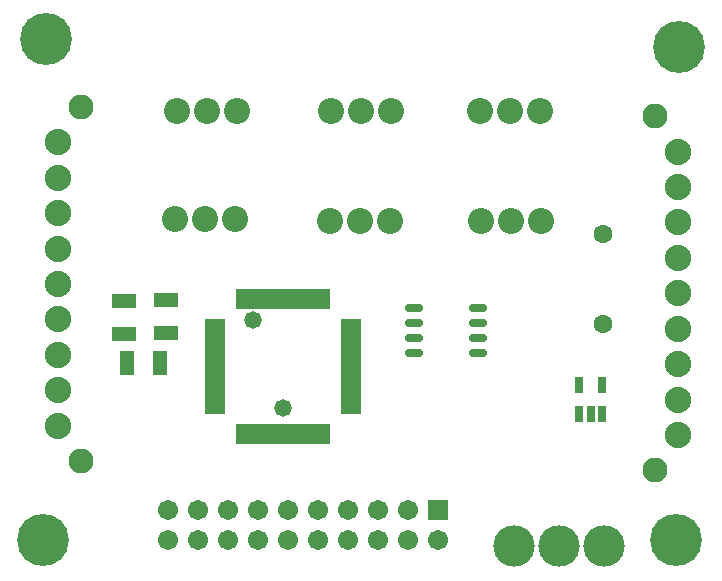
<source format=gts>
G04*
G04 #@! TF.GenerationSoftware,Altium Limited,Altium Designer,19.1.5 (86)*
G04*
G04 Layer_Color=8388736*
%FSLAX25Y25*%
%MOIN*%
G70*
G01*
G75*
%ADD22R,0.04816X0.07965*%
%ADD23R,0.07965X0.04816*%
%ADD24R,0.01981X0.06509*%
%ADD25R,0.06509X0.01981*%
%ADD26O,0.06109X0.02762*%
%ADD27R,0.03162X0.05524*%
%ADD28C,0.08674*%
%ADD29C,0.13800*%
%ADD30C,0.17300*%
%ADD31C,0.06706*%
%ADD32R,0.06706X0.06706*%
%ADD33C,0.06312*%
%ADD34C,0.08300*%
%ADD35C,0.08800*%
%ADD36C,0.05800*%
D22*
X38988Y71500D02*
D03*
X50012D02*
D03*
D23*
X52000Y81488D02*
D03*
Y92512D02*
D03*
X38000Y81327D02*
D03*
Y92350D02*
D03*
D24*
X76236Y93138D02*
D03*
X78205D02*
D03*
X80173D02*
D03*
X82142D02*
D03*
X84110D02*
D03*
X86079D02*
D03*
X88047D02*
D03*
X90016D02*
D03*
X91984D02*
D03*
X93953D02*
D03*
X95921D02*
D03*
X97890D02*
D03*
X99858D02*
D03*
X101827D02*
D03*
X103795D02*
D03*
X105764D02*
D03*
Y47862D02*
D03*
X103795D02*
D03*
X101827D02*
D03*
X99858D02*
D03*
X97890D02*
D03*
X95921D02*
D03*
X93953D02*
D03*
X91984D02*
D03*
X90016D02*
D03*
X88047D02*
D03*
X86079D02*
D03*
X84110D02*
D03*
X82142D02*
D03*
X80173D02*
D03*
X78205D02*
D03*
X76236D02*
D03*
D25*
X113638Y85264D02*
D03*
Y83295D02*
D03*
Y81327D02*
D03*
Y79358D02*
D03*
Y77390D02*
D03*
Y75421D02*
D03*
Y73453D02*
D03*
Y71484D02*
D03*
Y69516D02*
D03*
Y67547D02*
D03*
Y65579D02*
D03*
Y63610D02*
D03*
Y61642D02*
D03*
Y59673D02*
D03*
Y57705D02*
D03*
Y55736D02*
D03*
X68362D02*
D03*
Y57705D02*
D03*
Y59673D02*
D03*
Y61642D02*
D03*
Y63610D02*
D03*
Y65579D02*
D03*
Y67547D02*
D03*
Y69516D02*
D03*
Y71484D02*
D03*
Y73453D02*
D03*
Y75421D02*
D03*
Y77390D02*
D03*
Y79358D02*
D03*
Y81327D02*
D03*
Y83295D02*
D03*
Y85264D02*
D03*
D26*
X156000Y75000D02*
D03*
Y80000D02*
D03*
Y85000D02*
D03*
Y90000D02*
D03*
X134543D02*
D03*
Y85000D02*
D03*
Y80000D02*
D03*
Y75000D02*
D03*
D27*
X189760Y54579D02*
D03*
X193500D02*
D03*
X197240D02*
D03*
Y64421D02*
D03*
X189760D02*
D03*
D28*
X107000Y155500D02*
D03*
X127000D02*
D03*
X117000D02*
D03*
X166500D02*
D03*
X176500D02*
D03*
X156500D02*
D03*
X116500Y119000D02*
D03*
X126500D02*
D03*
X106500D02*
D03*
X65500Y155500D02*
D03*
X75500D02*
D03*
X55500D02*
D03*
X167000Y119000D02*
D03*
X177000D02*
D03*
X157000D02*
D03*
X65000Y119500D02*
D03*
X75000D02*
D03*
X55000D02*
D03*
D29*
X168000Y10500D02*
D03*
X198000D02*
D03*
X183000D02*
D03*
D30*
X222000Y12500D02*
D03*
X11000D02*
D03*
X223000Y177000D02*
D03*
X12000Y179500D02*
D03*
D31*
X52500Y12500D02*
D03*
X62500D02*
D03*
X72500D02*
D03*
X82500D02*
D03*
X92500D02*
D03*
X102500D02*
D03*
X112500D02*
D03*
X122500D02*
D03*
X132500D02*
D03*
X142500D02*
D03*
X52500Y22500D02*
D03*
X62500D02*
D03*
X72500D02*
D03*
X82500D02*
D03*
X92500D02*
D03*
X102500D02*
D03*
X112500D02*
D03*
X122500D02*
D03*
X132500D02*
D03*
D32*
X142500D02*
D03*
D33*
X197500Y114500D02*
D03*
Y84500D02*
D03*
D34*
X214783Y35823D02*
D03*
Y153933D02*
D03*
X23717Y157055D02*
D03*
Y38945D02*
D03*
D35*
X222500Y142122D02*
D03*
Y130311D02*
D03*
Y118500D02*
D03*
Y106689D02*
D03*
Y94878D02*
D03*
Y83067D02*
D03*
Y71256D02*
D03*
Y59445D02*
D03*
Y47634D02*
D03*
X16000Y50756D02*
D03*
Y62567D02*
D03*
Y74378D02*
D03*
Y86189D02*
D03*
Y98000D02*
D03*
Y109811D02*
D03*
Y121622D02*
D03*
Y133433D02*
D03*
Y145244D02*
D03*
D36*
X91000Y56500D02*
D03*
X81000Y86000D02*
D03*
M02*

</source>
